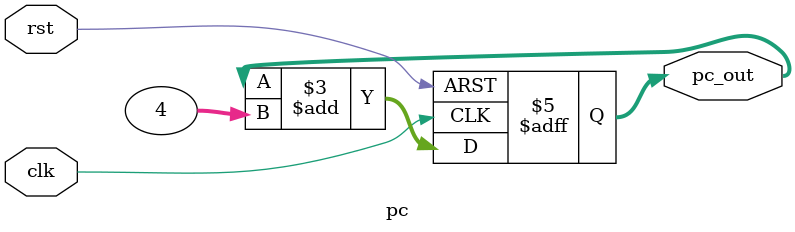
<source format=v>
module pc (
   input wire        clk,    
   input wire        rst,
   output reg [31:0] pc_out 
);
    initial begin
        pc_out = 32'b0;
    end

   always @(posedge clk or negedge rst) begin
      if (!rst)
        begin
           pc_out <= 32'b0;
        end
      else
        begin
           pc_out <= pc_out + 32'd4;
        end
   end

endmodule
</source>
